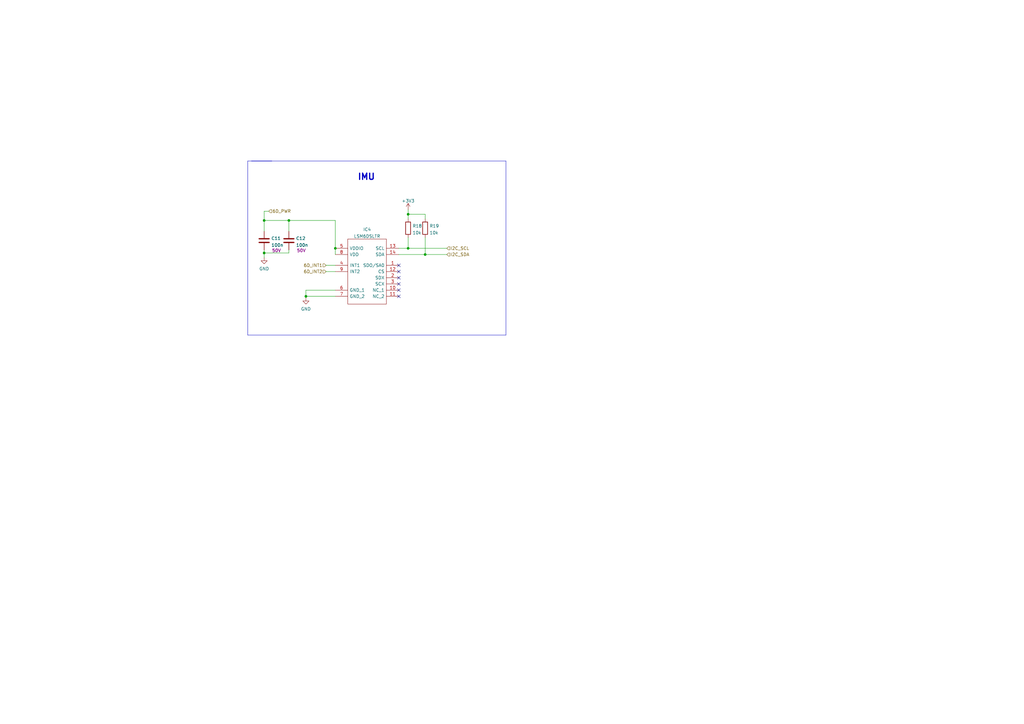
<source format=kicad_sch>
(kicad_sch (version 20230121) (generator eeschema)
  (paper "A3")
  (title_block (title "Tracer") (date "2023-01-08") (rev "G"))
  (lib_symbols
    (symbol "100n_2" (pin_numbers hide) (pin_names (offset 0.254))
      (property "Reference" "C" (at 3.175 3.175 0))
      (property "Value" "100n_2" (at 3.175 1.27 0))
      (property "Type" "X7R" (at 5.08 -3.175 0))
      (property "Voltage" "50V" (at 5.08 -1.27 0))
      (symbol "100n_2_0_1"
        (polyline (pts (xy -2.032 -0.762) (xy 2.032 -0.762)) (stroke (width 0.508)))
        (polyline (pts (xy -2.032 0.762) (xy 2.032 0.762)) (stroke (width 0.508)))
      )
      (symbol "100n_2_1_1"
        (pin passive line (at 0 3.81 270) (length 2.794) (name "~") (number "1"))
        (pin passive line (at 0 -3.81 90) (length 2.794) (name "~") (number "2"))
      )
    )
    (symbol "100n_3" (pin_numbers hide) (pin_names (offset 0.254))
      (property "Reference" "C" (at 3.175 3.175 0))
      (property "Value" "100n_3" (at 3.175 1.27 0))
      (property "Type" "X7R" (at 5.08 -3.175 0))
      (property "Voltage" "50V" (at 5.08 -1.27 0))
      (symbol "100n_3_0_1"
        (polyline (pts (xy -2.032 -0.762) (xy 2.032 -0.762)) (stroke (width 0.508)))
        (polyline (pts (xy -2.032 0.762) (xy 2.032 0.762)) (stroke (width 0.508)))
      )
      (symbol "100n_3_1_1"
        (pin passive line (at 0 3.81 270) (length 2.794) (name "~") (number "1"))
        (pin passive line (at 0 -3.81 90) (length 2.794) (name "~") (number "2"))
      )
    )
    (symbol "Resistor_JLC:10k" (pin_numbers hide) (pin_names (offset 0))
      (property "Reference" "R" (at 2.032 0 90))
      (property "Value" "10k" (at 0 0 90))
      (symbol "10k_0_1"
        (rectangle (start -1.016 -2.54) (end 1.016 2.54) (stroke (width 0.254)))
      )
      (symbol "10k_1_1"
        (pin passive line (at 0 3.81 270) (length 1.27) (name "~") (number "1"))
        (pin passive line (at 0 -3.81 90) (length 1.27) (name "~") (number "2"))
      )
    )
    (symbol "Sensors_JLC:LSM6DSLTR" (pin_names (offset 0.762))
      (property "Reference" "IC" (at 31.75 15.24 0))
      (property "Value" "LSM6DSLTR" (at 31.75 12.7 0))
      (symbol "LSM6DSLTR_0_0"
        (pin passive line (at -18.415 -12.065 180) (length 5.08) (name "SDO/SA0") (number "1"))
        (pin passive line (at -18.415 -22.225 180) (length 5.08) (name "NC_1") (number "10"))
        (pin passive line (at -18.415 -24.765 180) (length 5.08) (name "NC_2") (number "11"))
        (pin passive line (at -18.415 -14.605 180) (length 5.08) (name "CS") (number "12"))
        (pin passive line (at -18.415 -5.08 180) (length 5.08) (name "SCL") (number "13"))
        (pin passive line (at -18.415 -7.62 180) (length 5.08) (name "SDA") (number "14"))
        (pin passive line (at -18.415 -17.145 180) (length 5.08) (name "SDX") (number "2"))
        (pin passive line (at -18.415 -19.685 180) (length 5.08) (name "SCX") (number "3"))
        (pin passive line (at -44.45 -12.065 0) (length 5.08) (name "INT1") (number "4"))
        (pin passive line (at -44.45 -5.08 0) (length 5.08) (name "VDDIO") (number "5"))
        (pin passive line (at -44.45 -22.225 0) (length 5.08) (name "GND_1") (number "6"))
        (pin passive line (at -44.45 -24.765 0) (length 5.08) (name "GND_2") (number "7"))
        (pin passive line (at -44.45 -7.62 0) (length 5.08) (name "VDD") (number "8"))
        (pin passive line (at -44.45 -14.605 0) (length 5.08) (name "INT2") (number "9"))
      )
      (symbol "LSM6DSLTR_0_1"
        (rectangle (start -39.37 -1.27) (end -23.495 -27.94) (stroke (width 0.1524)))
      )
    )
    (symbol "power:+3V3" (power) (pin_names (offset 0))
      (property "Value" "+3V3" (at 0 3.556 0))
      (symbol "+3V3_0_1"
        (polyline (pts (xy -0.762 1.27) (xy 0 2.54)))
        (polyline (pts (xy 0 0) (xy 0 2.54)))
        (polyline (pts (xy 0 2.54) (xy 0.762 1.27)))
      )
      (symbol "+3V3_1_1"
        (pin power_in line (at 0 0 90) (length 0) hide (name "+3V3") (number "1"))
      )
    )
    (symbol "power:GND" (power) (pin_names (offset 0))
      (property "Value" "GND" (at 0 -3.81 0))
      (symbol "GND_0_1"
        (polyline (pts (xy 0 0) (xy 0 -1.27) (xy 1.27 -1.27) (xy 0 -2.54) (xy -1.27 -1.27) (xy 0 -1.27)))
      )
      (symbol "GND_1_1"
        (pin power_in line (at 0 0 270) (length 0) hide (name "GND") (number "1"))
      )
    )
  )
  (junction (at 108.331 103.759))
  (junction (at 167.386 87.884))
  (junction (at 174.371 104.394))
  (junction (at 167.386 101.854))
  (junction (at 118.491 90.424))
  (junction (at 137.541 101.854))
  (junction (at 108.331 90.424))
  (junction (at 125.476 121.539))
  (no_connect (at 163.576 116.459))
  (no_connect (at 163.576 118.999))
  (no_connect (at 163.576 111.379))
  (no_connect (at 163.576 113.919))
  (no_connect (at 163.576 108.839))
  (no_connect (at 163.576 121.539))
  (wire (pts (xy 108.331 102.489) (xy 108.331 103.759)))
  (wire (pts (xy 167.386 101.854) (xy 183.261 101.854)))
  (polyline (pts (xy 101.6 137.414) (xy 101.6 66.04)))
  (wire (pts (xy 174.371 97.409) (xy 174.371 104.394)))
  (polyline (pts (xy 103.124 66.04) (xy 207.518 66.04)))
  (wire (pts (xy 137.541 101.854) (xy 137.541 90.424)))
  (wire (pts (xy 137.541 104.394) (xy 137.541 101.854)))
  (wire (pts (xy 118.491 90.424) (xy 118.491 94.869)))
  (wire (pts (xy 163.576 104.394) (xy 174.371 104.394)))
  (wire (pts (xy 133.731 108.839) (xy 137.541 108.839)))
  (wire (pts (xy 137.541 121.539) (xy 125.476 121.539)))
  (wire (pts (xy 174.371 89.789) (xy 174.371 87.884)))
  (wire (pts (xy 137.541 90.424) (xy 118.491 90.424)))
  (wire (pts (xy 174.371 104.394) (xy 183.261 104.394)))
  (wire (pts (xy 125.476 118.999) (xy 125.476 121.539)))
  (wire (pts (xy 108.331 90.424) (xy 108.331 94.869)))
  (wire (pts (xy 163.576 101.854) (xy 167.386 101.854)))
  (wire (pts (xy 174.371 87.884) (xy 167.386 87.884)))
  (polyline (pts (xy 101.6 66.04) (xy 111.506 66.04)))
  (wire (pts (xy 118.491 102.489) (xy 118.491 103.759)))
  (wire (pts (xy 167.386 85.979) (xy 167.386 87.884)))
  (polyline (pts (xy 207.518 137.414) (xy 101.6 137.414)))
  (wire (pts (xy 133.731 111.379) (xy 137.541 111.379)))
  (wire (pts (xy 108.331 86.614) (xy 108.331 90.424)))
  (wire (pts (xy 118.491 90.424) (xy 108.331 90.424)))
  (wire (pts (xy 118.491 103.759) (xy 108.331 103.759)))
  (wire (pts (xy 108.331 103.759) (xy 108.331 105.664)))
  (wire (pts (xy 167.386 97.409) (xy 167.386 101.854)))
  (wire (pts (xy 108.331 86.614) (xy 110.236 86.614)))
  (wire (pts (xy 167.386 87.884) (xy 167.386 89.789)))
  (wire (pts (xy 137.541 118.999) (xy 125.476 118.999)))
  (polyline (pts (xy 207.518 66.04) (xy 207.518 137.414)))
  (wire (pts (xy 125.476 121.539) (xy 125.476 122.174)))
  (text "IMU" (at 146.558 74.168 0) (effects (font (size 2.54 2.54) (thickness 0.508) bold) (justify left bottom)))
  (hierarchical_label "I2C_SDA" (shape input) (at 183.261 104.394 0))
  (hierarchical_label "I2C_SCL" (shape input) (at 183.261 101.854 0))
  (hierarchical_label "6D_INT1" (shape input) (at 133.731 108.839 180))
  (hierarchical_label "6D_INT2" (shape input) (at 133.731 111.379 180))
  (hierarchical_label "6D_PWR" (shape input) (at 110.236 86.614 0))
  (symbol (lib_id "Resistor_JLC:10k") (at 167.386 93.599 0) (unit 1)
    (property "Reference" "R18" (at 169.164 92.6905 0) (effects (justify left)))
    (property "Value" "10k" (at 169.164 95.4656 0) (effects (justify left)))
    (property "Footprint" "Resistor_SMD:R_0402_1005Metric" (effects hide))
    (property "LCSC" "C25744" (effects hide))
  )
  (symbol (lib_id "Sensors_JLC:LSM6DSLTR") (at 181.991 96.774 0) (unit 1)
    (property "Reference" "IC4" (at 150.5585 94.1283 0))
    (property "Value" "LSM6DSLTR" (at 150.5585 96.9034 0))
    (property "Footprint" "LSM6DSLTR" (effects hide))
    (property "Datasheet" "https://www.st.com/resource/en/datasheet/lsm6dsl.pdf" (effects hide))
    (property "Description" "IMUs - Inertial Measurement Units CONSUMER MEMS" (effects hide))
    (property "Height" "0.86" (effects hide))
    (property "Manufacturer_Name" "STMicroelectronics" (effects hide))
    (property "Manufacturer_Part_Number" "LSM6DSLTR" (effects hide))
    (property "Mouser Part Number" "511-LSM6DSLTR" (effects hide))
    (property "Mouser Price/Stock" "https://www.mouser.co.uk/ProductDetail/STMicroelectronics/LSM6DSLTR?qs=dTJS0cRn7oit9g7CgtPlyQ%3D%3D" (effects hide))
    (property "Arrow Part Number" "LSM6DSLTR" (effects hide))
    (property "Arrow Price/Stock" "https://www.arrow.com/en/products/lsm6dsltr/stmicroelectronics" (effects hide))
    (property "LCSC" "C126672" (effects hide))
  )
  (symbol (lib_id "Resistor_JLC:10k") (at 174.371 93.599 0) (unit 1)
    (property "Reference" "R19" (at 176.149 92.6905 0) (effects (justify left)))
    (property "Value" "10k" (at 176.149 95.4656 0) (effects (justify left)))
    (property "Footprint" "Resistor_SMD:R_0402_1005Metric" (effects hide))
    (property "LCSC" "C25744" (effects hide))
  )
  (symbol (lib_id "power:GND") (at 108.331 105.664 0) (unit 1)
    (property "Reference" "#PWR0122" (effects hide))
    (property "Value" "GND" (at 108.331 110.2265 0))
  )
  (symbol (lib_id "power:GND") (at 125.476 122.174 0) (unit 1)
    (property "Reference" "#PWR0123" (effects hide))
    (property "Value" "GND" (at 125.476 126.7365 0))
  )
  (symbol (lib_name "100n_3") (lib_id "Capacitor_JLC:100n") (at 108.331 98.679 0) (unit 1)
    (property "Reference" "C11" (at 111.252 97.7705 0) (effects (justify left)))
    (property "Value" "100n" (at 111.252 100.5456 0) (effects (justify left)))
    (property "Footprint" "Capacitor_SMD:C_0402_1005Metric" (effects hide))
    (property "Type" "X7R" (effects hide))
    (property "LCSC" "C307331" (effects hide))
    (property "Voltage" "50V" (at 113.411 102.743 0))
  )
  (symbol (lib_id "power:+3V3") (at 167.386 85.979 0) (unit 1)
    (property "Reference" "#PWR0121" (effects hide))
    (property "Value" "+3V3" (at 167.386 82.3745 0))
  )
  (symbol (lib_name "100n_2") (lib_id "Capacitor_JLC:100n") (at 118.491 98.679 0) (unit 1)
    (property "Reference" "C12" (at 121.412 97.7705 0) (effects (justify left)))
    (property "Value" "100n" (at 121.412 100.5456 0) (effects (justify left)))
    (property "Footprint" "Capacitor_SMD:C_0402_1005Metric" (effects hide))
    (property "Type" "X7R" (effects hide))
    (property "LCSC" "C307331" (effects hide))
    (property "Voltage" "50V" (at 123.571 102.743 0))
  )
)
</source>
